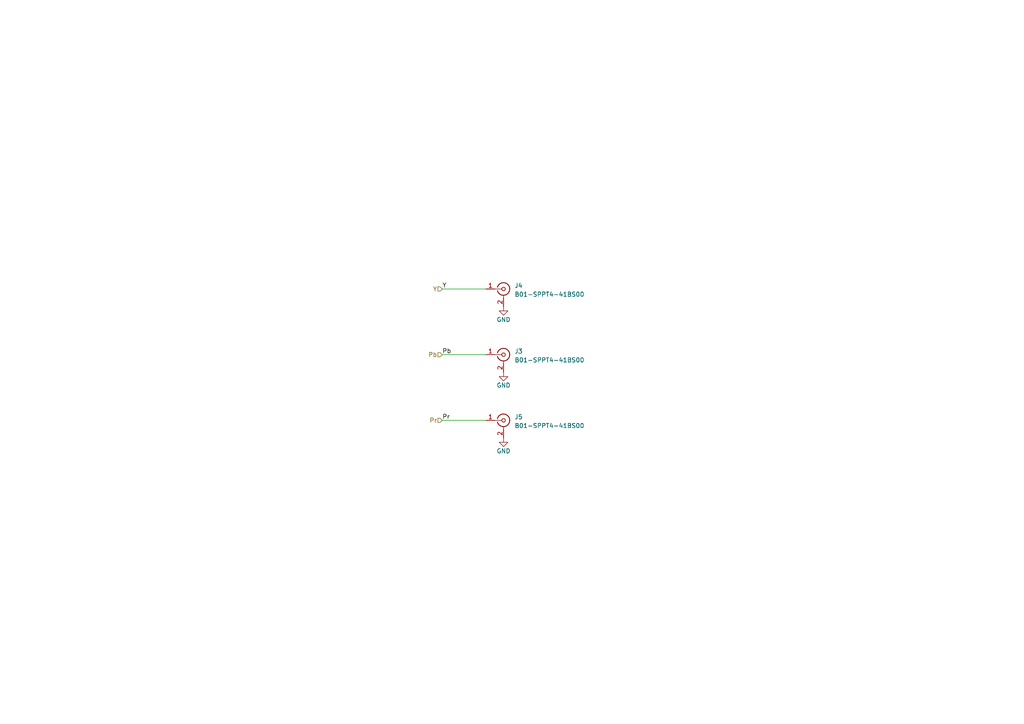
<source format=kicad_sch>
(kicad_sch (version 20211123) (generator eeschema)
  (paper "A4")
  (lib_symbols
    (symbol "Connector:Conn_Coaxial" (pin_names (offset 1.016) hide)
      (property "Reference" "J" (at 0.254 3.048 0))
      (property "Value" "Conn_Coaxial" (at 2.921 0 90))
      (symbol "Conn_Coaxial_0_1"
        (arc (start -1.778 -0.508) (mid 0.2311 -1.8066) (end 1.778 0) (stroke (width 0.254)))
        (polyline (pts (xy -2.54 0) (xy -0.508 0)))
        (polyline (pts (xy 0 -2.54) (xy 0 -1.778)))
        (circle (center 0 0) (radius 0.508) (stroke (width 0.2032)))
        (arc (start 1.778 0) (mid 0.2099 1.8101) (end -1.778 0.508) (stroke (width 0.254)))
      )
      (symbol "Conn_Coaxial_1_1"
        (pin passive line (at -5.08 0 0) (length 2.54) (name "In") (number "1"))
        (pin passive line (at 0 -5.08 90) (length 2.54) (name "Ext") (number "2"))
      )
    )
    (symbol "power:GND" (power) (pin_names (offset 0))
      (property "Value" "GND" (at 0 -3.81 0))
      (symbol "GND_0_1"
        (polyline (pts (xy 0 0) (xy 0 -1.27) (xy 1.27 -1.27) (xy 0 -2.54) (xy -1.27 -1.27) (xy 0 -1.27)))
      )
      (symbol "GND_1_1"
        (pin power_in line (at 0 0 270) (length 0) hide (name "GND") (number "1"))
      )
    )
  )
  (wire (pts (xy 140.97 121.92) (xy 128.27 121.92)))
  (wire (pts (xy 140.97 102.87) (xy 128.27 102.87)))
  (wire (pts (xy 140.97 83.82) (xy 128.27 83.82)))
  (label "Y" (at 128.27 83.82 0))
  (label "Pr" (at 128.27 121.92 0))
  (label "Pb" (at 128.27 102.87 0))
  (hierarchical_label "Y" (shape input) (at 128.27 83.82 180))
  (hierarchical_label "Pb" (shape input) (at 128.27 102.87 180))
  (hierarchical_label "Pr" (shape input) (at 128.27 121.92 180))
  (symbol (lib_id "Connector:Conn_Coaxial") (at 146.05 83.82 0) (unit 1)
    (property "Reference" "J4" (at 149.225 82.8431 0) (effects (justify left)))
    (property "Value" "B01-SPPT4-41BS00" (at 149.225 85.3831 0) (effects (justify left)))
    (property "Footprint" "lib:B01-SPPT4-41BS00" (effects hide))
    (property "Datasheet" "https://www.rfsupplier.com/bnc-plug-male-connector-straight-solder_p3328.html" (effects hide))
    (property "Manufacturer" "Superbat" (effects hide))
    (property "Part Number" "B01-SPPT4-41BS00" (effects hide))
  )
  (symbol (lib_id "power:GND") (at 146.05 107.95 0) (unit 1)
    (property "Reference" "#PWR039" (effects hide))
    (property "Value" "GND" (at 146.05 111.76 0))
  )
  (symbol (lib_id "Connector:Conn_Coaxial") (at 146.05 121.92 0) (unit 1)
    (property "Reference" "J5" (at 149.225 120.9431 0) (effects (justify left)))
    (property "Value" "B01-SPPT4-41BS00" (at 149.225 123.4831 0) (effects (justify left)))
    (property "Footprint" "lib:B01-SPPT4-41BS00" (effects hide))
    (property "Datasheet" "https://www.rfsupplier.com/bnc-plug-male-connector-straight-solder_p3328.html" (effects hide))
    (property "Manufacturer" "Superbat" (effects hide))
    (property "Part Number" "B01-SPPT4-41BS00" (effects hide))
  )
  (symbol (lib_id "power:GND") (at 146.05 88.9 0) (unit 1)
    (property "Reference" "#PWR0101" (effects hide))
    (property "Value" "GND" (at 146.05 92.71 0))
  )
  (symbol (lib_id "Connector:Conn_Coaxial") (at 146.05 102.87 0) (unit 1)
    (property "Reference" "J3" (at 149.225 101.8931 0) (effects (justify left)))
    (property "Value" "B01-SPPT4-41BS00" (at 149.225 104.4331 0) (effects (justify left)))
    (property "Footprint" "lib:B01-SPPT4-41BS00" (effects hide))
    (property "Datasheet" "https://www.rfsupplier.com/bnc-plug-male-connector-straight-solder_p3328.html" (effects hide))
    (property "Manufacturer" "Superbat" (effects hide))
    (property "Part Number" "B01-SPPT4-41BS00" (effects hide))
  )
  (symbol (lib_id "power:GND") (at 146.05 127 0) (unit 1)
    (property "Reference" "#PWR0102" (effects hide))
    (property "Value" "GND" (at 146.05 130.81 0))
  )
)
</source>
